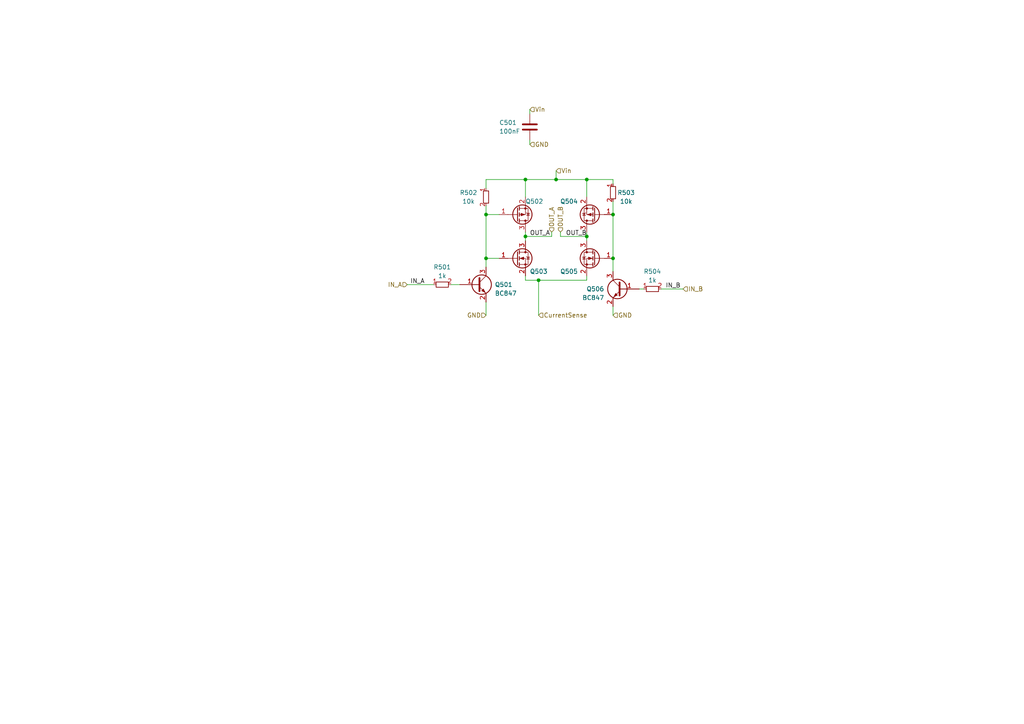
<source format=kicad_sch>
(kicad_sch (version 20230121) (generator eeschema)
  (paper "A4")
  (lib_symbols
    (symbol "Device:C" (pin_numbers hide) (pin_names (offset 0.254))
      (property "Reference" "C" (at 0.635 2.54 0))
      (property "Value" "C" (at 0.635 -2.54 0))
      (symbol "C_0_1"
        (polyline (pts (xy -2.032 -0.762) (xy 2.032 -0.762)) (stroke (width 0.508)))
        (polyline (pts (xy -2.032 0.762) (xy 2.032 0.762)) (stroke (width 0.508)))
      )
      (symbol "C_1_1"
        (pin passive line (at 0 3.81 270) (length 2.794) (name "~") (number "1"))
        (pin passive line (at 0 -3.81 90) (length 2.794) (name "~") (number "2"))
      )
    )
    (symbol "Transistor_FET:AO3400A" (pin_names hide)
      (property "Reference" "Q" (at 5.08 1.905 0))
      (property "Value" "AO3400A" (at 5.08 0 0))
      (symbol "AO3400A_0_1"
        (polyline (pts (xy 0.254 0) (xy -2.54 0)))
        (polyline (pts (xy 0.254 1.905) (xy 0.254 -1.905)) (stroke (width 0.254)))
        (polyline (pts (xy 0.762 -1.27) (xy 0.762 -2.286)) (stroke (width 0.254)))
        (polyline (pts (xy 0.762 0.508) (xy 0.762 -0.508)) (stroke (width 0.254)))
        (polyline (pts (xy 0.762 2.286) (xy 0.762 1.27)) (stroke (width 0.254)))
        (polyline (pts (xy 2.54 2.54) (xy 2.54 1.778)))
        (polyline (pts (xy 2.54 -2.54) (xy 2.54 0) (xy 0.762 0)))
        (polyline (pts (xy 0.762 -1.778) (xy 3.302 -1.778) (xy 3.302 1.778) (xy 0.762 1.778)))
        (polyline (pts (xy 1.016 0) (xy 2.032 0.381) (xy 2.032 -0.381) (xy 1.016 0)) (fill (type outline)))
        (polyline (pts (xy 2.794 0.508) (xy 2.921 0.381) (xy 3.683 0.381) (xy 3.81 0.254)))
        (polyline (pts (xy 3.302 0.381) (xy 2.921 -0.254) (xy 3.683 -0.254) (xy 3.302 0.381)))
        (circle (center 1.651 0) (radius 2.794) (stroke (width 0.254)))
        (circle (center 2.54 -1.778) (radius 0.254) (fill (type outline)))
        (circle (center 2.54 1.778) (radius 0.254) (fill (type outline)))
      )
      (symbol "AO3400A_1_1"
        (pin input line (at -5.08 0 0) (length 2.54) (name "G") (number "1"))
        (pin passive line (at 2.54 -5.08 90) (length 2.54) (name "S") (number "2"))
        (pin passive line (at 2.54 5.08 270) (length 2.54) (name "D") (number "3"))
      )
    )
    (symbol "Transistor_FET:AO3401A" (pin_names hide)
      (property "Reference" "Q" (at 5.08 1.905 0))
      (property "Value" "AO3401A" (at 5.08 0 0))
      (symbol "AO3401A_0_1"
        (polyline (pts (xy 0.254 0) (xy -2.54 0)))
        (polyline (pts (xy 0.254 1.905) (xy 0.254 -1.905)) (stroke (width 0.254)))
        (polyline (pts (xy 0.762 -1.27) (xy 0.762 -2.286)) (stroke (width 0.254)))
        (polyline (pts (xy 0.762 0.508) (xy 0.762 -0.508)) (stroke (width 0.254)))
        (polyline (pts (xy 0.762 2.286) (xy 0.762 1.27)) (stroke (width 0.254)))
        (polyline (pts (xy 2.54 2.54) (xy 2.54 1.778)))
        (polyline (pts (xy 2.54 -2.54) (xy 2.54 0) (xy 0.762 0)))
        (polyline (pts (xy 0.762 1.778) (xy 3.302 1.778) (xy 3.302 -1.778) (xy 0.762 -1.778)))
        (polyline (pts (xy 2.286 0) (xy 1.27 0.381) (xy 1.27 -0.381) (xy 2.286 0)) (fill (type outline)))
        (polyline (pts (xy 2.794 -0.508) (xy 2.921 -0.381) (xy 3.683 -0.381) (xy 3.81 -0.254)))
        (polyline (pts (xy 3.302 -0.381) (xy 2.921 0.254) (xy 3.683 0.254) (xy 3.302 -0.381)))
        (circle (center 1.651 0) (radius 2.794) (stroke (width 0.254)))
        (circle (center 2.54 -1.778) (radius 0.254) (fill (type outline)))
        (circle (center 2.54 1.778) (radius 0.254) (fill (type outline)))
      )
      (symbol "AO3401A_1_1"
        (pin input line (at -5.08 0 0) (length 2.54) (name "G") (number "1"))
        (pin passive line (at 2.54 -5.08 90) (length 2.54) (name "S") (number "2"))
        (pin passive line (at 2.54 5.08 270) (length 2.54) (name "D") (number "3"))
      )
    )
    (symbol "custom_kicad_lib_sk:BC847" (pin_names (offset 0) hide)
      (property "Reference" "Q" (at 5.08 1.905 0))
      (property "Value" "BC847" (at 5.08 0 0))
      (property "JLCPCB Part#" "C181140" (at 0 0 0))
      (symbol "BC847_0_1"
        (polyline (pts (xy 0.635 0.635) (xy 2.54 2.54)))
        (polyline (pts (xy 0.635 -0.635) (xy 2.54 -2.54) (xy 2.54 -2.54)))
        (polyline (pts (xy 0.635 1.905) (xy 0.635 -1.905) (xy 0.635 -1.905)) (stroke (width 0.508)))
        (polyline (pts (xy 1.27 -1.778) (xy 1.778 -1.27) (xy 2.286 -2.286) (xy 1.27 -1.778) (xy 1.27 -1.778)) (fill (type outline)))
        (circle (center 1.27 0) (radius 2.8194) (stroke (width 0.254)))
      )
      (symbol "BC847_1_1"
        (pin input line (at -5.08 0 0) (length 5.715) (name "B") (number "1"))
        (pin passive line (at 2.54 -5.08 90) (length 2.54) (name "E") (number "2"))
        (pin passive line (at 2.54 5.08 270) (length 2.54) (name "C") (number "3"))
      )
    )
    (symbol "resistors_0603:R_10k_0603"
      (property "Reference" "R" (at 1.27 2.54 0))
      (property "Value" "10k" (at 2.54 -2.54 0))
      (symbol "R_10k_0603_0_1"
        (rectangle (start -0.762 1.778) (end 0.762 -1.778) (stroke (width 0.2032)))
      )
      (symbol "R_10k_0603_1_1"
        (pin passive line (at 0 2.54 270) (length 0.762) (name "~") (number "1"))
        (pin passive line (at 0 -2.54 90) (length 0.762) (name "~") (number "2"))
      )
    )
    (symbol "resistors_0603:R_1k_0603"
      (property "Reference" "R" (at 1.27 2.54 0))
      (property "Value" "1k" (at 2.54 -2.54 0))
      (symbol "R_1k_0603_0_1"
        (rectangle (start -0.762 1.778) (end 0.762 -1.778) (stroke (width 0.2032)))
      )
      (symbol "R_1k_0603_1_1"
        (pin passive line (at 0 2.54 270) (length 0.762) (name "~") (number "1"))
        (pin passive line (at 0 -2.54 90) (length 0.762) (name "~") (number "2"))
      )
    )
  )
  (junction (at 152.4 68.58))
  (junction (at 152.4 52.07))
  (junction (at 156.21 81.28))
  (junction (at 177.8 62.23))
  (junction (at 177.8 74.93))
  (junction (at 170.18 52.07))
  (junction (at 140.97 62.23))
  (junction (at 170.18 68.58))
  (junction (at 161.29 52.07))
  (junction (at 140.97 74.93))
  (wire (pts (xy 153.67 31.75) (xy 153.67 33.02)))
  (wire (pts (xy 162.56 68.58) (xy 170.18 68.58)))
  (wire (pts (xy 170.18 68.58) (xy 170.18 69.85)))
  (wire (pts (xy 152.4 67.31) (xy 152.4 68.58)))
  (wire (pts (xy 170.18 57.15) (xy 170.18 52.07)))
  (wire (pts (xy 162.56 68.58) (xy 162.56 67.31)))
  (wire (pts (xy 152.4 68.58) (xy 160.02 68.58)))
  (wire (pts (xy 177.8 58.42) (xy 177.8 62.23)))
  (wire (pts (xy 160.02 67.31) (xy 160.02 68.58)))
  (wire (pts (xy 140.97 54.61) (xy 140.97 52.07)))
  (wire (pts (xy 191.77 83.82) (xy 198.12 83.82)))
  (wire (pts (xy 144.78 74.93) (xy 140.97 74.93)))
  (wire (pts (xy 161.29 52.07) (xy 152.4 52.07)))
  (wire (pts (xy 140.97 59.69) (xy 140.97 62.23)))
  (wire (pts (xy 130.81 82.55) (xy 133.35 82.55)))
  (wire (pts (xy 152.4 52.07) (xy 152.4 57.15)))
  (wire (pts (xy 177.8 74.93) (xy 177.8 78.74)))
  (wire (pts (xy 185.42 83.82) (xy 186.69 83.82)))
  (wire (pts (xy 140.97 77.47) (xy 140.97 74.93)))
  (wire (pts (xy 140.97 62.23) (xy 144.78 62.23)))
  (wire (pts (xy 161.29 49.53) (xy 161.29 52.07)))
  (wire (pts (xy 140.97 87.63) (xy 140.97 91.44)))
  (wire (pts (xy 177.8 53.34) (xy 177.8 52.07)))
  (wire (pts (xy 170.18 52.07) (xy 161.29 52.07)))
  (wire (pts (xy 152.4 81.28) (xy 156.21 81.28)))
  (wire (pts (xy 170.18 52.07) (xy 177.8 52.07)))
  (wire (pts (xy 177.8 62.23) (xy 177.8 74.93)))
  (wire (pts (xy 152.4 81.28) (xy 152.4 80.01)))
  (wire (pts (xy 170.18 81.28) (xy 170.18 80.01)))
  (wire (pts (xy 118.11 82.55) (xy 125.73 82.55)))
  (wire (pts (xy 153.67 41.91) (xy 153.67 40.64)))
  (wire (pts (xy 170.18 67.31) (xy 170.18 68.58)))
  (wire (pts (xy 156.21 81.28) (xy 156.21 91.44)))
  (wire (pts (xy 140.97 74.93) (xy 140.97 62.23)))
  (wire (pts (xy 152.4 68.58) (xy 152.4 69.85)))
  (wire (pts (xy 177.8 88.9) (xy 177.8 91.44)))
  (wire (pts (xy 156.21 81.28) (xy 170.18 81.28)))
  (wire (pts (xy 140.97 52.07) (xy 152.4 52.07)))
  (label "IN_B" (at 193.04 83.82 0))
  (label "IN_A" (at 123.19 82.55 180))
  (label "OUT_B" (at 170.18 68.58 180))
  (label "OUT_A" (at 153.67 68.58 0))
  (hierarchical_label "OUT_B" (shape input) (at 162.56 67.31 90))
  (hierarchical_label "CurrentSense" (shape input) (at 156.21 91.44 0))
  (hierarchical_label "IN_A" (shape input) (at 118.11 82.55 180))
  (hierarchical_label "Vin" (shape input) (at 153.67 31.75 0))
  (hierarchical_label "OUT_A" (shape input) (at 160.02 67.31 90))
  (hierarchical_label "GND" (shape input) (at 153.67 41.91 0))
  (hierarchical_label "GND" (shape input) (at 177.8 91.44 0))
  (hierarchical_label "GND" (shape input) (at 140.97 91.44 180))
  (hierarchical_label "Vin" (shape input) (at 161.29 49.53 0))
  (hierarchical_label "IN_B" (shape input) (at 198.12 83.82 0))
  (symbol (lib_id "Device:C") (at 153.67 36.83 180) (unit 1)
    (property "Reference" "C501" (at 144.78 35.5631 0) (effects (justify right)))
    (property "Value" "100nF" (at 144.78 38.1 0) (effects (justify right)))
    (property "Footprint" "Capacitor_SMD:C_0603_1608Metric_Pad1.08x0.95mm_HandSolder" (effects hide))
    (property "JLCPCB Part#" "C14663" (effects hide))
  )
  (symbol (lib_id "custom_kicad_lib_sk:BC847") (at 180.34 83.82 0) (mirror y) (unit 1)
    (property "Reference" "Q506" (at 175.26 83.82 0) (effects (justify left)))
    (property "Value" "BC847" (at 175.26 86.36 0) (effects (justify left)))
    (property "Footprint" "Package_TO_SOT_SMD:SOT-23" (effects hide))
    (property "Datasheet" "https://www.onsemi.com/pub/Collateral/BC818-D.pdf" (effects hide))
    (property "JLCPCB Part#" "C181140" (effects hide))
  )
  (symbol (lib_id "Transistor_FET:AO3400A") (at 172.72 74.93 0) (mirror y) (unit 1)
    (property "Reference" "Q505" (at 167.64 78.74 0) (effects (justify left)))
    (property "Value" "N-channel" (effects hide))
    (property "Footprint" "Package_TO_SOT_SMD:SOT-23" (effects hide))
    (property "Datasheet" "http://www.aosmd.com/pdfs/datasheet/AO3400A.pdf" (effects hide))
    (property "JLCPCB Part#" "C20917" (effects hide))
  )
  (symbol (lib_id "resistors_0603:R_10k_0603") (at 140.97 57.15 0) (unit 1)
    (property "Reference" "R502" (at 135.89 55.88 0))
    (property "Value" "10k" (at 135.89 58.42 0))
    (property "Footprint" "custom_kicad_lib_sk:R_0603_smalltext" (effects hide))
    (property "JLCPCB Part#" "C25804" (effects hide))
  )
  (symbol (lib_id "Transistor_FET:AO3400A") (at 149.86 74.93 0) (unit 1)
    (property "Reference" "Q503" (at 153.67 78.74 0) (effects (justify left)))
    (property "Value" "N-channel" (effects hide))
    (property "Footprint" "Package_TO_SOT_SMD:SOT-23" (effects hide))
    (property "Datasheet" "http://www.aosmd.com/pdfs/datasheet/AO3400A.pdf" (effects hide))
    (property "JLCPCB Part#" "C20917" (effects hide))
  )
  (symbol (lib_id "resistors_0603:R_10k_0603") (at 177.8 55.88 0) (unit 1)
    (property "Reference" "R503" (at 181.61 55.88 0))
    (property "Value" "10k" (at 181.61 58.42 0))
    (property "Footprint" "custom_kicad_lib_sk:R_0603_smalltext" (effects hide))
    (property "JLCPCB Part#" "C25804" (effects hide))
  )
  (symbol (lib_id "resistors_0603:R_1k_0603") (at 128.27 82.55 90) (unit 1)
    (property "Reference" "R501" (at 128.27 77.47 90))
    (property "Value" "1k" (at 128.27 80.01 90))
    (property "Footprint" "custom_kicad_lib_sk:R_0603_smalltext" (effects hide))
    (property "JLCPCB Part#" "C21190" (effects hide))
  )
  (symbol (lib_id "Transistor_FET:AO3401A") (at 149.86 62.23 0) (mirror x) (unit 1)
    (property "Reference" "Q502" (at 152.4 58.42 0) (effects (justify left)))
    (property "Value" "P-channel" (effects hide))
    (property "Footprint" "Package_TO_SOT_SMD:SOT-23" (effects hide))
    (property "Datasheet" "http://www.aosmd.com/pdfs/datasheet/AO3401A.pdf" (effects hide))
    (property "JLCPCB Part#" "C15127" (effects hide))
  )
  (symbol (lib_id "custom_kicad_lib_sk:BC847") (at 138.43 82.55 0) (unit 1)
    (property "Reference" "Q501" (at 143.51 82.55 0) (effects (justify left)))
    (property "Value" "BC847" (at 143.51 85.09 0) (effects (justify left)))
    (property "Footprint" "Package_TO_SOT_SMD:SOT-23" (effects hide))
    (property "Datasheet" "https://www.onsemi.com/pub/Collateral/BC818-D.pdf" (effects hide))
    (property "JLCPCB Part#" "C181140" (effects hide))
  )
  (symbol (lib_id "Transistor_FET:AO3401A") (at 172.72 62.23 180) (unit 1)
    (property "Reference" "Q504" (at 167.64 58.42 0) (effects (justify left)))
    (property "Value" "P-channel" (effects hide))
    (property "Footprint" "Package_TO_SOT_SMD:SOT-23" (effects hide))
    (property "Datasheet" "http://www.aosmd.com/pdfs/datasheet/AO3401A.pdf" (effects hide))
    (property "JLCPCB Part#" "C15127" (effects hide))
  )
  (symbol (lib_id "resistors_0603:R_1k_0603") (at 189.23 83.82 90) (unit 1)
    (property "Reference" "R504" (at 189.23 78.74 90))
    (property "Value" "1k" (at 189.23 81.28 90))
    (property "Footprint" "custom_kicad_lib_sk:R_0603_smalltext" (effects hide))
    (property "JLCPCB Part#" "C21190" (effects hide))
  )
)
</source>
